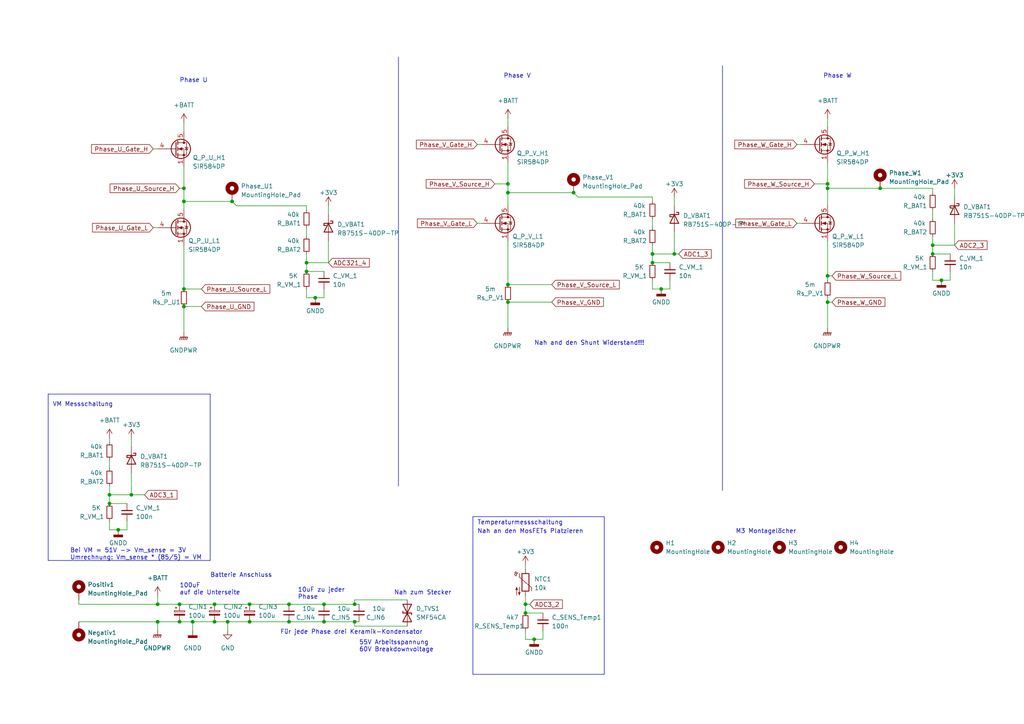
<source format=kicad_sch>
(kicad_sch (version 20230121) (generator eeschema)
  (paper "A4")
  (junction (at 88.9 78.74))
  (junction (at 152.4 177.8))
  (junction (at 55.88 180.34))
  (junction (at 72.39 180.34))
  (junction (at 31.75 146.05))
  (junction (at 195.58 73.66))
  (junction (at 52.07 180.34))
  (junction (at 93.98 175.26))
  (junction (at 52.07 175.26))
  (junction (at 83.82 180.34))
  (junction (at 166.37 55.88))
  (junction (at 189.23 76.2))
  (junction (at 255.27 54.61))
  (junction (at 67.31 58.42))
  (junction (at 45.72 175.26))
  (junction (at 53.34 88.9))
  (junction (at 102.87 175.26))
  (junction (at 88.9 76.2))
  (junction (at 93.98 180.34))
  (junction (at 189.23 73.66))
  (junction (at 147.32 87.63))
  (junction (at 38.1 143.51))
  (junction (at 91.44 86.36))
  (junction (at 53.34 54.61))
  (junction (at 34.29 153.67))
  (junction (at 31.75 143.51))
  (junction (at 66.04 180.34))
  (junction (at 152.4 175.26))
  (junction (at 147.32 82.55))
  (junction (at 72.39 175.26))
  (junction (at 45.72 180.34))
  (junction (at 191.77 83.82))
  (junction (at 53.34 83.82))
  (junction (at 62.23 175.26))
  (junction (at 240.03 53.34))
  (junction (at 270.51 73.66))
  (junction (at 62.23 180.34))
  (junction (at 240.03 54.61))
  (junction (at 240.03 87.63))
  (junction (at 273.05 81.28))
  (junction (at 83.82 175.26))
  (junction (at 240.03 80.01))
  (junction (at 102.87 180.34))
  (junction (at 270.51 71.12))
  (junction (at 53.34 58.42))
  (junction (at 147.32 53.34))
  (junction (at 154.94 185.42))
  (junction (at 147.32 55.88))
  (wire (pts (xy 270.51 81.28) (xy 273.05 81.28)))
  (wire (pts (xy 102.87 181.61) (xy 102.87 180.34)))
  (wire (pts (xy 88.9 76.2) (xy 88.9 78.74)))
  (wire (pts (xy 38.1 143.51) (xy 41.91 143.51)))
  (polyline (pts (xy 137.16 195.58) (xy 175.26 195.58)))
  (wire (pts (xy 31.75 128.27) (xy 31.75 127)))
  (wire (pts (xy 157.48 185.42) (xy 157.48 182.88)))
  (wire (pts (xy 152.4 182.88) (xy 152.4 185.42)))
  (wire (pts (xy 147.32 36.83) (xy 147.32 34.29)))
  (wire (pts (xy 195.58 73.66) (xy 189.23 73.66)))
  (wire (pts (xy 240.03 80.01) (xy 240.03 81.28)))
  (wire (pts (xy 270.51 68.58) (xy 270.51 71.12)))
  (wire (pts (xy 53.34 48.26) (xy 53.34 54.61)))
  (polyline (pts (xy 209.55 19.05) (xy 209.55 142.24)))
  (wire (pts (xy 147.32 53.34) (xy 147.32 55.88)))
  (wire (pts (xy 147.32 87.63) (xy 160.02 87.63)))
  (wire (pts (xy 194.31 76.2) (xy 189.23 76.2)))
  (wire (pts (xy 93.98 175.26) (xy 83.82 175.26)))
  (wire (pts (xy 34.29 153.67) (xy 36.83 153.67)))
  (wire (pts (xy 152.4 175.26) (xy 152.4 177.8)))
  (wire (pts (xy 152.4 163.83) (xy 152.4 165.1)))
  (wire (pts (xy 62.23 180.34) (xy 66.04 180.34)))
  (wire (pts (xy 31.75 143.51) (xy 31.75 146.05)))
  (wire (pts (xy 72.39 180.34) (xy 83.82 180.34)))
  (wire (pts (xy 152.4 172.72) (xy 152.4 175.26)))
  (wire (pts (xy 147.32 87.63) (xy 147.32 95.25)))
  (wire (pts (xy 153.67 175.26) (xy 152.4 175.26)))
  (wire (pts (xy 240.03 46.99) (xy 240.03 53.34)))
  (wire (pts (xy 147.32 46.99) (xy 147.32 53.34)))
  (wire (pts (xy 157.48 177.8) (xy 152.4 177.8)))
  (wire (pts (xy 191.77 83.82) (xy 194.31 83.82)))
  (wire (pts (xy 95.25 76.2) (xy 88.9 76.2)))
  (wire (pts (xy 270.51 63.5) (xy 270.51 60.96)))
  (wire (pts (xy 147.32 55.88) (xy 147.32 59.69)))
  (wire (pts (xy 52.07 175.26) (xy 45.72 175.26)))
  (wire (pts (xy 31.75 140.97) (xy 31.75 143.51)))
  (wire (pts (xy 93.98 78.74) (xy 88.9 78.74)))
  (wire (pts (xy 22.86 175.26) (xy 45.72 175.26)))
  (wire (pts (xy 66.04 180.34) (xy 72.39 180.34)))
  (wire (pts (xy 52.07 180.34) (xy 55.88 180.34)))
  (wire (pts (xy 102.87 180.34) (xy 93.98 180.34)))
  (wire (pts (xy 53.34 58.42) (xy 53.34 60.96)))
  (wire (pts (xy 88.9 68.58) (xy 88.9 66.04)))
  (polyline (pts (xy 115.57 16.51) (xy 115.57 140.97)))
  (wire (pts (xy 104.14 175.26) (xy 102.87 175.26)))
  (wire (pts (xy 240.03 87.63) (xy 240.03 95.25)))
  (wire (pts (xy 240.03 54.61) (xy 240.03 59.69)))
  (wire (pts (xy 53.34 38.1) (xy 53.34 35.56)))
  (wire (pts (xy 66.04 180.34) (xy 66.04 182.88)))
  (wire (pts (xy 276.86 71.12) (xy 270.51 71.12)))
  (wire (pts (xy 240.03 80.01) (xy 241.3 80.01)))
  (wire (pts (xy 52.07 180.34) (xy 45.72 180.34)))
  (wire (pts (xy 189.23 83.82) (xy 191.77 83.82)))
  (wire (pts (xy 88.9 86.36) (xy 91.44 86.36)))
  (wire (pts (xy 38.1 143.51) (xy 31.75 143.51)))
  (wire (pts (xy 44.45 43.18) (xy 45.72 43.18)))
  (wire (pts (xy 189.23 81.28) (xy 189.23 83.82)))
  (wire (pts (xy 93.98 180.34) (xy 83.82 180.34)))
  (wire (pts (xy 88.9 73.66) (xy 88.9 76.2)))
  (wire (pts (xy 138.43 64.77) (xy 139.7 64.77)))
  (wire (pts (xy 53.34 88.9) (xy 53.34 96.52)))
  (wire (pts (xy 147.32 82.55) (xy 160.02 82.55)))
  (wire (pts (xy 102.87 173.99) (xy 102.87 175.26)))
  (wire (pts (xy 189.23 71.12) (xy 189.23 73.66)))
  (wire (pts (xy 143.51 53.34) (xy 147.32 53.34)))
  (polyline (pts (xy 13.97 162.56) (xy 60.96 162.56)))
  (wire (pts (xy 36.83 153.67) (xy 36.83 151.13)))
  (wire (pts (xy 38.1 137.16) (xy 38.1 143.51)))
  (wire (pts (xy 189.23 58.42) (xy 189.23 57.15)))
  (wire (pts (xy 231.14 41.91) (xy 232.41 41.91)))
  (wire (pts (xy 22.86 173.99) (xy 22.86 175.26)))
  (wire (pts (xy 276.86 64.77) (xy 276.86 71.12)))
  (wire (pts (xy 195.58 73.66) (xy 196.85 73.66)))
  (wire (pts (xy 88.9 60.96) (xy 88.9 59.69)))
  (wire (pts (xy 52.07 54.61) (xy 53.34 54.61)))
  (wire (pts (xy 138.43 41.91) (xy 139.7 41.91)))
  (wire (pts (xy 31.75 135.89) (xy 31.75 133.35)))
  (wire (pts (xy 270.51 71.12) (xy 270.51 73.66)))
  (wire (pts (xy 240.03 86.36) (xy 240.03 87.63)))
  (wire (pts (xy 255.27 54.61) (xy 270.51 54.61)))
  (wire (pts (xy 45.72 175.26) (xy 45.72 172.72)))
  (wire (pts (xy 240.03 53.34) (xy 240.03 54.61)))
  (wire (pts (xy 102.87 175.26) (xy 93.98 175.26)))
  (wire (pts (xy 31.75 151.13) (xy 31.75 153.67)))
  (wire (pts (xy 95.25 69.85) (xy 95.25 76.2)))
  (wire (pts (xy 240.03 87.63) (xy 241.3 87.63)))
  (wire (pts (xy 55.88 182.88) (xy 55.88 180.34)))
  (wire (pts (xy 195.58 67.31) (xy 195.58 73.66)))
  (wire (pts (xy 167.64 57.15) (xy 166.37 55.88)))
  (polyline (pts (xy 175.26 195.58) (xy 175.26 149.86)))
  (wire (pts (xy 273.05 81.28) (xy 275.59 81.28)))
  (wire (pts (xy 154.94 185.42) (xy 157.48 185.42)))
  (wire (pts (xy 189.23 73.66) (xy 189.23 76.2)))
  (wire (pts (xy 118.11 181.61) (xy 102.87 181.61)))
  (wire (pts (xy 95.25 62.23) (xy 95.25 59.69)))
  (wire (pts (xy 240.03 69.85) (xy 240.03 80.01)))
  (polyline (pts (xy 137.16 149.86) (xy 137.16 195.58)))
  (wire (pts (xy 236.22 53.34) (xy 240.03 53.34)))
  (wire (pts (xy 147.32 69.85) (xy 147.32 82.55)))
  (wire (pts (xy 53.34 88.9) (xy 58.42 88.9)))
  (wire (pts (xy 88.9 83.82) (xy 88.9 86.36)))
  (wire (pts (xy 45.72 182.88) (xy 45.72 180.34)))
  (polyline (pts (xy 13.97 114.3) (xy 13.97 162.56)))
  (wire (pts (xy 189.23 57.15) (xy 167.64 57.15)))
  (wire (pts (xy 68.58 59.69) (xy 67.31 58.42)))
  (wire (pts (xy 72.39 175.26) (xy 83.82 175.26)))
  (wire (pts (xy 91.44 86.36) (xy 93.98 86.36)))
  (wire (pts (xy 118.11 173.99) (xy 102.87 173.99)))
  (wire (pts (xy 275.59 73.66) (xy 270.51 73.66)))
  (wire (pts (xy 152.4 185.42) (xy 154.94 185.42)))
  (wire (pts (xy 189.23 66.04) (xy 189.23 63.5)))
  (wire (pts (xy 53.34 71.12) (xy 53.34 83.82)))
  (wire (pts (xy 231.14 64.77) (xy 232.41 64.77)))
  (polyline (pts (xy 137.16 149.86) (xy 175.26 149.86)))
  (wire (pts (xy 44.45 66.04) (xy 45.72 66.04)))
  (wire (pts (xy 53.34 54.61) (xy 53.34 58.42)))
  (polyline (pts (xy 60.96 162.56) (xy 60.96 114.3)))
  (wire (pts (xy 53.34 83.82) (xy 58.42 83.82)))
  (wire (pts (xy 36.83 146.05) (xy 31.75 146.05)))
  (wire (pts (xy 270.51 55.88) (xy 270.51 54.61)))
  (wire (pts (xy 53.34 58.42) (xy 67.31 58.42)))
  (wire (pts (xy 276.86 57.15) (xy 276.86 54.61)))
  (wire (pts (xy 240.03 36.83) (xy 240.03 34.29)))
  (wire (pts (xy 93.98 86.36) (xy 93.98 83.82)))
  (wire (pts (xy 55.88 180.34) (xy 62.23 180.34)))
  (wire (pts (xy 38.1 129.54) (xy 38.1 127)))
  (wire (pts (xy 195.58 59.69) (xy 195.58 57.15)))
  (wire (pts (xy 31.75 153.67) (xy 34.29 153.67)))
  (wire (pts (xy 52.07 175.26) (xy 62.23 175.26)))
  (wire (pts (xy 240.03 54.61) (xy 255.27 54.61)))
  (wire (pts (xy 22.86 180.34) (xy 45.72 180.34)))
  (wire (pts (xy 275.59 81.28) (xy 275.59 78.74)))
  (wire (pts (xy 62.23 175.26) (xy 72.39 175.26)))
  (wire (pts (xy 88.9 59.69) (xy 68.58 59.69)))
  (wire (pts (xy 270.51 78.74) (xy 270.51 81.28)))
  (wire (pts (xy 104.14 180.34) (xy 102.87 180.34)))
  (wire (pts (xy 194.31 83.82) (xy 194.31 81.28)))
  (wire (pts (xy 147.32 55.88) (xy 166.37 55.88)))
  (polyline (pts (xy 13.97 114.3) (xy 60.96 114.3)))
  (text "Phase V " (at 146.05 22.86 0) (effects (font (size 1.27 1.27)) (justify left bottom)))
  (text "M3 Montagelöcher" (at 213.36 154.94 0) (effects (font (size 1.27 1.27)) (justify left bottom)))
  (text "Nah zum Stecker" (at 114.3 172.72 0) (effects (font (size 1.27 1.27)) (justify left bottom)))
  (text "Temperaturmessschaltung" (at 138.43 152.4 0) (effects (font (size 1.27 1.27)) (justify left bottom)))
  (text "Phase U" (at 52.07 24.13 0) (effects (font (size 1.27 1.27)) (justify left bottom)))
  (text "Bei VM = 51V -> Vm_sense = 3V\nUmrechnung: Vm_sense * (85/5) = VM" (at 20.32 162.56 0) (effects (font (size 1.27 1.27)) (justify left bottom)))
  (text "Phase W" (at 238.76 22.86 0) (effects (font (size 1.27 1.27)) (justify left bottom)))
  (text "55V Arbeitsspannung\n60V Breakdownvoltage" (at 104.14 189.23 0) (effects (font (size 1.27 1.27)) (justify left bottom)))
  (text "Nah and den Shunt Widerstand!!!" (at 154.94 100.33 0) (effects (font (size 1.27 1.27)) (justify left bottom)))
  (text "100uF\nauf die Unterseite" (at 52.07 172.72 0) (effects (font (size 1.27 1.27)) (justify left bottom)))
  (text "Für jede Phase drei Keramik-Kondensator" (at 81.28 184.15 0) (effects (font (size 1.27 1.27)) (justify left bottom)))
  (text "Batterie Anschluss" (at 60.96 167.64 0) (effects (font (size 1.27 1.27)) (justify left bottom)))
  (text "Nah an den MosFETs Platzieren" (at 138.43 154.94 0) (effects (font (size 1.27 1.27)) (justify left bottom)))
  (text "VM Messschaltung" (at 15.24 118.11 0) (effects (font (size 1.27 1.27)) (justify left bottom)))
  (text "10uF zu jeder\nPhase" (at 86.36 173.99 0) (effects (font (size 1.27 1.27)) (justify left bottom)))
  (global_label "Phase_V_GND" (shape input) (at 160.02 87.63 0) (property "Intersheetrefs" "${INTERSHEET_REFS}" (effects hide)))
  (global_label "Phase_V_Gate_H" (shape input) (at 138.43 41.91 180) (property "Intersheetrefs" "${INTERSHEET_REFS}" (effects hide)))
  (global_label "Phase_U_Gate_H" (shape input) (at 44.45 43.18 180) (property "Intersheetrefs" "${INTERSHEET_REFS}" (effects hide)))
  (global_label "Phase_V_Gate_L" (shape input) (at 138.43 64.77 180) (property "Intersheetrefs" "${INTERSHEET_REFS}" (effects hide)))
  (global_label "ADC3_2" (shape input) (at 153.67 175.26 0) (property "Intersheetrefs" "${INTERSHEET_REFS}" (effects hide)))
  (global_label "Phase_U_GND" (shape input) (at 58.42 88.9 0) (property "Intersheetrefs" "${INTERSHEET_REFS}" (effects hide)))
  (global_label "ADC1_3" (shape input) (at 196.85 73.66 0) (property "Intersheetrefs" "${INTERSHEET_REFS}" (effects hide)))
  (global_label "Phase_V_Source_H" (shape input) (at 143.51 53.34 180) (property "Intersheetrefs" "${INTERSHEET_REFS}" (effects hide)))
  (global_label "ADC2_3" (shape input) (at 276.86 71.12 0) (property "Intersheetrefs" "${INTERSHEET_REFS}" (effects hide)))
  (global_label "ADC321_4" (shape input) (at 95.25 76.2 0) (property "Intersheetrefs" "${INTERSHEET_REFS}" (effects hide)))
  (global_label "Phase_W_Source_H" (shape input) (at 236.22 53.34 180) (property "Intersheetrefs" "${INTERSHEET_REFS}" (effects hide)))
  (global_label "Phase_U_Gate_L" (shape input) (at 44.45 66.04 180) (property "Intersheetrefs" "${INTERSHEET_REFS}" (effects hide)))
  (global_label "Phase_V_Source_L" (shape input) (at 160.02 82.55 0) (property "Intersheetrefs" "${INTERSHEET_REFS}" (effects hide)))
  (global_label "Phase_U_Source_H" (shape input) (at 52.07 54.61 180) (property "Intersheetrefs" "${INTERSHEET_REFS}" (effects hide)))
  (global_label "ADC3_1" (shape input) (at 41.91 143.51 0) (property "Intersheetrefs" "${INTERSHEET_REFS}" (effects hide)))
  (global_label "Phase_U_Source_L" (shape input) (at 58.42 83.82 0) (property "Intersheetrefs" "${INTERSHEET_REFS}" (effects hide)))
  (global_label "Phase_W_GND" (shape input) (at 241.3 87.63 0) (property "Intersheetrefs" "${INTERSHEET_REFS}" (effects hide)))
  (global_label "Phase_W_Gate_L" (shape input) (at 231.14 64.77 180) (property "Intersheetrefs" "${INTERSHEET_REFS}" (effects hide)))
  (global_label "Phase_W_Gate_H" (shape input) (at 231.14 41.91 180) (property "Intersheetrefs" "${INTERSHEET_REFS}" (effects hide)))
  (global_label "Phase_W_Source_L" (shape input) (at 241.3 80.01 0) (property "Intersheetrefs" "${INTERSHEET_REFS}" (effects hide)))
  (symbol (lib_id "power:GNDD") (at 91.44 86.36 0) (unit 1)
    (property "Reference" "#PWR0129" (effects hide))
    (property "Value" "GNDD" (at 91.44 90.17 0))
    (instances (project "MosFET_Brücken" (path "" (reference "#PWR0129") (unit 1))) (project "BLDC_Driver" (path "" (reference "#PWR010") (unit 1))) (project "Microcontroller" (path "" (reference "#PWR0129") (unit 1))) (project "Leistungsteil" (path "" (reference "#PWR061") (unit 1))))
  )
  (symbol (lib_id "Device:D_Schottky") (at 38.1 133.35 270) (unit 1)
    (property "Reference" "D_VBAT1" (at 40.64 132.3975 90) (effects (justify left)))
    (property "Value" "RB751S-40DP-TP" (at 40.64 134.9375 90) (effects (justify left)))
    (property "Footprint" "Diode_SMD:D_0201_0603Metric" (effects hide))
    (property "Datasheet" "https://lcsc.com/product-detail/Schottky-Barrier-Diodes-SBD_STMicroelectronics-BAT30KFILM_C2926449.html" (effects hide))
  )
  (symbol (lib_id "power:GNDPWR") (at 53.34 96.52 0) (unit 1)
    (property "Reference" "#PWR058" (effects hide))
    (property "Value" "GNDPWR" (at 53.213 101.6 0))
    (instances (project "MosFET_Brücken" (path "" (reference "#PWR058") (unit 1))) (project "Leistungs_Halbleiter_Platine" (path "" (reference "#PWR058") (unit 1))) (project "BLDC_Driver" (path "" (reference "#PWR07") (unit 1))) (project "Servo_Controller_Rev2" (path "" (reference "#PWR058") (unit 1))) (project "Servo_Controller_Rev1_2" (path "" (reference "#PWR?") (unit 1))) (project "Halbrücken" (path "" (reference "#PWR058") (unit 1))) (project "Servo_Treiber" (path "" (reference "#PWR017") (unit 1))) (project "Leistungsteil" (path "" (reference "#PWR010") (unit 1))))
  )
  (symbol (lib_id "Device:R_Small") (at 189.23 60.96 0) (unit 1)
    (property "Reference" "R_BAT1" (at 184.15 62.23 0))
    (property "Value" "40k" (at 185.42 59.69 0))
    (property "Footprint" "Resistor_SMD:R_0201_0603Metric" (effects hide))
    (instances (project "MosFET_Brücken" (path "" (reference "R_BAT1") (unit 1))) (project "BLDC_Driver" (path "" (reference "R_BAT5") (unit 1))) (project "Microcontroller" (path "" (reference "R_BAT1") (unit 1))) (project "Leistungsteil" (path "" (reference "R_sense_V1") (unit 1))))
  )
  (symbol (lib_id "Device:R_Small") (at 88.9 71.12 0) (unit 1)
    (property "Reference" "R_BAT2" (at 83.82 72.39 0))
    (property "Value" "40k" (at 85.09 69.85 0))
    (property "Footprint" "Resistor_SMD:R_0201_0603Metric" (effects hide))
    (instances (project "MosFET_Brücken" (path "" (reference "R_BAT2") (unit 1))) (project "BLDC_Driver" (path "" (reference "R_BAT4") (unit 1))) (project "Microcontroller" (path "" (reference "R_BAT2") (unit 1))) (project "Leistungsteil" (path "" (reference "R_sense_U1") (unit 1))))
  )
  (symbol (lib_id "Device:C_Small") (at 83.82 177.8 180) (unit 1)
    (property "Reference" "C_IN4" (at 91.44 179.07 0) (effects (justify left)))
    (property "Value" "10u" (at 91.44 176.53 0) (effects (justify left)))
    (property "Footprint" "Capacitor_SMD:C_1210_3225Metric" (effects hide))
    (instances (project "MosFET_Brücken" (path "" (reference "C_IN4") (unit 1))) (project "Leistungs_Halbleiter_Platine" (path "" (reference "C_IN4") (unit 1))) (project "BLDC_Driver" (path "" (reference "C_IN4") (unit 1))) (project "Servo_Controller_Rev2" (path "" (reference "C_IN4") (unit 1))) (project "Servo_Controller_Rev1_2" (path "" (reference "C_IN?") (unit 1))) (project "Halbrücken" (path "" (reference "C_IN4") (unit 1))) (project "Servo_Treiber" (path "" (reference "C_IN4") (unit 1))) (project "Leistungsteil" (path "" (reference "C_IN4") (unit 1))))
  )
  (symbol (lib_id "Device:C_Small") (at 275.59 76.2 0) (unit 1)
    (property "Reference" "C_VM_1" (at 278.13 74.93 0) (effects (justify left)))
    (property "Value" "10n" (at 278.13 77.4638 0) (effects (justify left)))
    (property "Footprint" "Capacitor_SMD:C_0201_0603Metric" (effects hide))
    (instances (project "MosFET_Brücken" (path "" (reference "C_VM_1") (unit 1))) (project "BLDC_Driver" (path "" (reference "C_VM_4") (unit 1))) (project "Microcontroller" (path "" (reference "C_VM_1") (unit 1))) (project "Leistungsteil" (path "" (reference "C_sense_W1") (unit 1))))
  )
  (symbol (lib_id "Device:D_Schottky") (at 195.58 63.5 270) (unit 1)
    (property "Reference" "D_VBAT1" (at 198.12 62.5475 90) (effects (justify left)))
    (property "Value" "RB751S-40DP-TP" (at 198.12 65.0875 90) (effects (justify left)))
    (property "Footprint" "Diode_SMD:D_0201_0603Metric" (effects hide))
    (property "Datasheet" "https://lcsc.com/product-detail/Schottky-Barrier-Diodes-SBD_STMicroelectronics-BAT30KFILM_C2926449.html" (effects hide))
    (instances (project "MosFET_Brücken" (path "" (reference "D_VBAT1") (unit 1))) (project "BLDC_Driver" (path "" (reference "D_VBAT3") (unit 1))) (project "Microcontroller" (path "" (reference "D_VBAT1") (unit 1))) (project "Leistungsteil" (path "" (reference "D_sense_V1") (unit 1))))
  )
  (symbol (lib_id "Device:C_Polarized_Small") (at 52.07 177.8 0) (unit 1)
    (property "Reference" "C_IN1" (at 54.61 175.9838 0) (effects (justify left)))
    (property "Value" "100u" (at 54.61 178.5238 0) (effects (justify left)))
    (property "Footprint" "Capacitor_SMD:CP_Elec_10x10" (effects hide))
    (property "Datasheet" "https://www.mouser.de/ProductDetail/Vishay-BC-Components/MAL215099702E3?qs=bKenfurwlskcHT6%252BSvdJwA%3D%3D" (effects hide))
    (instances (project "MosFET_Brücken" (path "" (reference "C_IN1") (unit 1))) (project "Leistungs_Halbleiter_Platine" (path "" (reference "C_IN1") (unit 1))) (project "BLDC_Driver" (path "" (reference "C_IN1") (unit 1))) (project "Servo_Controller_Rev2" (path "" (reference "C_IN1") (unit 1))) (project "Servo_Controller_Rev1_2" (path "" (reference "C_IN?") (unit 1))) (project "Halbrücken" (path "" (reference "C_IN1") (unit 1))) (project "Servo_Treiber" (path "" (reference "C_IN1") (unit 1))) (project "Leistungsteil" (path "" (reference "C_IN1") (unit 1))))
  )
  (symbol (lib_id "Device:R_Small") (at 189.23 78.74 0) (unit 1)
    (property "Reference" "R_VM_1" (at 184.15 80.01 0))
    (property "Value" "5K" (at 185.42 77.47 0))
    (property "Footprint" "Resistor_SMD:R_0201_0603Metric" (effects hide))
    (instances (project "MosFET_Brücken" (path "" (reference "R_VM_1") (unit 1))) (project "BLDC_Driver" (path "" (reference "R_VM_3") (unit 1))) (project "Microcontroller" (path "" (reference "R_VM_1") (unit 1))) (project "Leistungsteil" (path "" (reference "R_sense_V3") (unit 1))))
  )
  (symbol (lib_id "Device:C_Small") (at 157.48 180.34 0) (unit 1)
    (property "Reference" "C_SENS_Temp1" (at 160.02 179.07 0) (effects (justify left)))
    (property "Value" "100n" (at 160.02 181.6038 0) (effects (justify left)))
    (property "Footprint" "Capacitor_SMD:C_0402_1005Metric" (effects hide))
  )
  (symbol (lib_id "Device:C_Small") (at 104.14 177.8 180) (unit 1)
    (property "Reference" "C_IN6" (at 111.76 179.07 0) (effects (justify left)))
    (property "Value" "10u" (at 111.76 176.53 0) (effects (justify left)))
    (property "Footprint" "Capacitor_SMD:C_1210_3225Metric" (effects hide))
    (instances (project "MosFET_Brücken" (path "" (reference "C_IN6") (unit 1))) (project "Leistungs_Halbleiter_Platine" (path "" (reference "C_IN6") (unit 1))) (project "BLDC_Driver" (path "" (reference "C_IN6") (unit 1))) (project "Servo_Controller_Rev2" (path "" (reference "C_IN6") (unit 1))) (project "Servo_Controller_Rev1_2" (path "" (reference "C_IN?") (unit 1))) (project "Halbrücken" (path "" (reference "C_IN6") (unit 1))) (project "Servo_Treiber" (path "" (reference "C_IN6") (unit 1))) (project "Leistungsteil" (path "" (reference "C_IN6") (unit 1))))
  )
  (symbol (lib_id "Device:R_Small") (at 31.75 138.43 0) (unit 1)
    (property "Reference" "R_BAT2" (at 26.67 139.7 0))
    (property "Value" "40k" (at 27.94 137.16 0))
    (property "Footprint" "Resistor_SMD:R_0201_0603Metric" (effects hide))
  )
  (symbol (lib_id "Mechanical:MountingHole_Pad") (at 255.27 52.07 0) (unit 1)
    (property "Reference" "Phase_W1" (at 257.81 50.165 0) (effects (justify left)))
    (property "Value" "MountingHole_Pad" (at 257.81 52.705 0) (effects (justify left)))
    (property "Footprint" "MountingHole:MountingHole_3.2mm_M3_ISO14580_Pad_TopBottom" (effects hide))
  )
  (symbol (lib_id "power:GNDPWR") (at 147.32 95.25 0) (unit 1)
    (property "Reference" "#PWR066" (effects hide))
    (property "Value" "GNDPWR" (at 147.193 100.33 0))
    (instances (project "MosFET_Brücken" (path "" (reference "#PWR066") (unit 1))) (project "Leistungs_Halbleiter_Platine" (path "" (reference "#PWR066") (unit 1))) (project "BLDC_Driver" (path "" (reference "#PWR013") (unit 1))) (project "Servo_Controller_Rev2" (path "" (reference "#PWR066") (unit 1))) (project "Servo_Controller_Rev1_2" (path "" (reference "#PWR?") (unit 1))) (project "Halbrücken" (path "" (reference "#PWR066") (unit 1))) (project "Servo_Treiber" (path "" (reference "#PWR025") (unit 1))) (project "Leistungsteil" (path "" (reference "#PWR014") (unit 1))))
  )
  (symbol (lib_id "power:+3.3V") (at 152.4 163.83 0) (unit 1)
    (property "Reference" "#PWR0125" (effects hide))
    (property "Value" "+3.3V" (at 152.4 160.02 0))
    (instances (project "MosFET_Brücken" (path "" (reference "#PWR0125") (unit 1))) (project "BLDC_Driver" (path "" (reference "#PWR014") (unit 1))) (project "Microcontroller" (path "" (reference "#PWR0125") (unit 1))) (project "Leistungsteil" (path "" (reference "#PWR055") (unit 1))))
  )
  (symbol (lib_id "Mechanical:MountingHole") (at 208.28 158.75 0) (unit 1)
    (property "Reference" "H2" (at 210.82 157.4799 0) (effects (justify left)))
    (property "Value" "MountingHole" (at 210.82 160.0199 0) (effects (justify left)))
    (property "Footprint" "MountingHole:MountingHole_3.2mm_M3_DIN965" (effects hide))
    (instances (project "MosFET_Brücken" (path "" (reference "H2") (unit 1))) (project "Leistungs_Halbleiter_Platine" (path "" (reference "H2") (unit 1))) (project "BLDC_Driver" (path "" (reference "H2") (unit 1))) (project "Servo_Controller_Rev2" (path "" (reference "H2") (unit 1))) (project "Servo_Controller_Rev1_2" (path "" (reference "H?") (unit 1))) (project "Halbrücken" (path "" (reference "H2") (unit 1))) (project "Servo_Treiber" (path "" (reference "H2") (unit 1))) (project "Leistungsteil" (path "" (reference "H2") (unit 1))))
  )
  (symbol (lib_id "Device:R_Small") (at 270.51 76.2 0) (unit 1)
    (property "Reference" "R_VM_1" (at 265.43 77.47 0))
    (property "Value" "5K" (at 266.7 74.93 0))
    (property "Footprint" "Resistor_SMD:R_0201_0603Metric" (effects hide))
    (instances (project "MosFET_Brücken" (path "" (reference "R_VM_1") (unit 1))) (project "BLDC_Driver" (path "" (reference "R_VM_4") (unit 1))) (project "Microcontroller" (path "" (reference "R_VM_1") (unit 1))) (project "Leistungsteil" (path "" (reference "R_sense_W3") (unit 1))))
  )
  (symbol (lib_id "power:GNDPWR") (at 240.03 95.25 0) (unit 1)
    (property "Reference" "#PWR074" (effects hide))
    (property "Value" "GNDPWR" (at 239.903 100.33 0))
    (instances (project "MosFET_Brücken" (path "" (reference "#PWR074") (unit 1))) (project "Leistungs_Halbleiter_Platine" (path "" (reference "#PWR074") (unit 1))) (project "BLDC_Driver" (path "" (reference "#PWR019") (unit 1))) (project "Servo_Controller_Rev2" (path "" (reference "#PWR074") (unit 1))) (project "Servo_Controller_Rev1_2" (path "" (reference "#PWR?") (unit 1))) (project "Halbrücken" (path "" (reference "#PWR074") (unit 1))) (project "Servo_Treiber" (path "" (reference "#PWR033") (unit 1))) (project "Leistungsteil" (path "" (reference "#PWR016") (unit 1))))
  )
  (symbol (lib_id "Device:R_Small") (at 147.32 85.09 180) (unit 1)
    (property "Reference" "Rs_P_V1" (at 142.24 86.36 0))
    (property "Value" "5m" (at 142.24 83.82 0))
    (property "Footprint" "Resistor_SMD:R_2512_6332Metric" (effects hide))
    (instances (project "MosFET_Brücken" (path "" (reference "Rs_P_V1") (unit 1))) (project "Leistungs_Halbleiter_Platine" (path "" (reference "Rs_P_V1") (unit 1))) (project "BLDC_Driver" (path "" (reference "Rs_P_V1") (unit 1))) (project "Servo_Controller_Rev2" (path "" (reference "Rs_P_V1") (unit 1))) (project "Servo_Controller_Rev1_2" (path "" (reference "Rs_P_V?") (unit 1))) (project "Halbrücken" (path "" (reference "Rs_P_V1") (unit 1))) (project "Servo_Treiber" (path "" (reference "Rs_P_V1") (unit 1))) (project "Leistungsteil" (path "" (reference "Rs_P_V1") (unit 1))))
  )
  (symbol (lib_id "power:GNDD") (at 154.94 185.42 0) (unit 1)
    (property "Reference" "#PWR0126" (effects hide))
    (property "Value" "GNDD" (at 154.94 189.23 0))
    (instances (project "MosFET_Brücken" (path "" (reference "#PWR0126") (unit 1))) (project "BLDC_Driver" (path "" (reference "#PWR015") (unit 1))) (project "Microcontroller" (path "" (reference "#PWR0126") (unit 1))) (project "Leistungsteil" (path "" (reference "#PWR056") (unit 1))))
  )
  (symbol (lib_id "Device:C_Polarized_Small") (at 62.23 177.8 0) (unit 1)
    (property "Reference" "C_IN2" (at 64.77 175.9838 0) (effects (justify left)))
    (property "Value" "100u" (at 64.77 178.5238 0) (effects (justify left)))
    (property "Footprint" "Capacitor_SMD:CP_Elec_10x10" (effects hide))
    (property "Datasheet" "https://www.mouser.de/ProductDetail/Vishay-BC-Components/MAL215099702E3?qs=bKenfurwlskcHT6%252BSvdJwA%3D%3D" (effects hide))
    (instances (project "MosFET_Brücken" (path "" (reference "C_IN2") (unit 1))) (project "Leistungs_Halbleiter_Platine" (path "" (reference "C_IN2") (unit 1))) (project "BLDC_Driver" (path "" (reference "C_IN2") (unit 1))) (project "Servo_Controller_Rev2" (path "" (reference "C_IN2") (unit 1))) (project "Servo_Controller_Rev1_2" (path "" (reference "C_IN1") (unit 1))) (project "Halbrücken" (path "" (reference "C_IN2") (unit 1))) (project "Servo_Treiber" (path "" (reference "C_IN2") (unit 1))) (project "Leistungsteil" (path "" (reference "C_IN2") (unit 1))))
  )
  (symbol (lib_id "Device:C_Small") (at 93.98 81.28 0) (unit 1)
    (property "Reference" "C_VM_1" (at 96.52 80.01 0) (effects (justify left)))
    (property "Value" "10n" (at 96.52 82.5438 0) (effects (justify left)))
    (property "Footprint" "Capacitor_SMD:C_0201_0603Metric" (effects hide))
    (instances (project "MosFET_Brücken" (path "" (reference "C_VM_1") (unit 1))) (project "BLDC_Driver" (path "" (reference "C_VM_2") (unit 1))) (project "Microcontroller" (path "" (reference "C_VM_1") (unit 1))) (project "Leistungsteil" (path "" (reference "C_sense_U1") (unit 1))))
  )
  (symbol (lib_id "power:GNDD") (at 191.77 83.82 0) (unit 1)
    (property "Reference" "#PWR0129" (effects hide))
    (property "Value" "GNDD" (at 191.77 87.63 0))
    (instances (project "MosFET_Brücken" (path "" (reference "#PWR0129") (unit 1))) (project "BLDC_Driver" (path "" (reference "#PWR016") (unit 1))) (project "Microcontroller" (path "" (reference "#PWR0129") (unit 1))) (project "Leistungsteil" (path "" (reference "#PWR060") (unit 1))))
  )
  (symbol (lib_id "Device:R_Small") (at 270.51 66.04 0) (unit 1)
    (property "Reference" "R_BAT2" (at 265.43 67.31 0))
    (property "Value" "40k" (at 266.7 64.77 0))
    (property "Footprint" "Resistor_SMD:R_0201_0603Metric" (effects hide))
    (instances (project "MosFET_Brücken" (path "" (reference "R_BAT2") (unit 1))) (project "BLDC_Driver" (path "" (reference "R_BAT8") (unit 1))) (project "Microcontroller" (path "" (reference "R_BAT2") (unit 1))) (project "Leistungsteil" (path "" (reference "R_sense_W2") (unit 1))))
  )
  (symbol (lib_id "Device:R_Small") (at 152.4 180.34 0) (unit 1)
    (property "Reference" "R_SENS_Temp1" (at 144.78 181.61 0))
    (property "Value" "4k7" (at 148.59 179.07 0))
    (property "Footprint" "Resistor_SMD:R_0402_1005Metric" (effects hide))
  )
  (symbol (lib_id "Mechanical:MountingHole_Pad") (at 22.86 171.45 0) (unit 1)
    (property "Reference" "Positiv1" (at 25.4 169.545 0) (effects (justify left)))
    (property "Value" "MountingHole_Pad" (at 25.4 172.085 0) (effects (justify left)))
    (property "Footprint" "MountingHole:MountingHole_3.2mm_M3_ISO14580_Pad_TopBottom" (effects hide))
  )
  (symbol (lib_id "Mechanical:MountingHole_Pad") (at 22.86 182.88 180) (unit 1)
    (property "Reference" "Negativ1" (at 25.4 183.515 0) (effects (justify right)))
    (property "Value" "MountingHole_Pad" (at 25.4 186.055 0) (effects (justify right)))
    (property "Footprint" "MountingHole:MountingHole_3.2mm_M3_ISO14580_Pad_TopBottom" (effects hide))
  )
  (symbol (lib_id "power:GNDD") (at 273.05 81.28 0) (unit 1)
    (property "Reference" "#PWR0129" (effects hide))
    (property "Value" "GNDD" (at 273.05 85.09 0))
    (instances (project "MosFET_Brücken" (path "" (reference "#PWR0129") (unit 1))) (project "BLDC_Driver" (path "" (reference "#PWR020") (unit 1))) (project "Microcontroller" (path "" (reference "#PWR0129") (unit 1))) (project "Leistungsteil" (path "" (reference "#PWR064") (unit 1))))
  )
  (symbol (lib_id "power:+3.3V") (at 38.1 127 0) (unit 1)
    (property "Reference" "#PWR0131" (effects hide))
    (property "Value" "+3.3V" (at 38.1 123.19 0))
    (instances (project "MosFET_Brücken" (path "" (reference "#PWR0131") (unit 1))) (project "BLDC_Driver" (path "" (reference "#PWR03") (unit 1))) (project "Microcontroller" (path "" (reference "#PWR0131") (unit 1))) (project "Leistungsteil" (path "" (reference "#PWR059") (unit 1))))
  )
  (symbol (lib_id "Device:C_Small") (at 194.31 78.74 0) (unit 1)
    (property "Reference" "C_VM_1" (at 196.85 77.47 0) (effects (justify left)))
    (property "Value" "10n" (at 196.85 80.0038 0) (effects (justify left)))
    (property "Footprint" "Capacitor_SMD:C_0201_0603Metric" (effects hide))
    (instances (project "MosFET_Brücken" (path "" (reference "C_VM_1") (unit 1))) (project "BLDC_Driver" (path "" (reference "C_VM_3") (unit 1))) (project "Microcontroller" (path "" (reference "C_VM_1") (unit 1))) (project "Leistungsteil" (path "" (reference "C_sense_V1") (unit 1))))
  )
  (symbol (lib_id "Device:D_TVS") (at 118.11 177.8 90) (unit 1)
    (property "Reference" "D_TVS1" (at 120.65 176.5299 90) (effects (justify right)))
    (property "Value" "SMF54CA " (at 120.65 179.0699 90) (effects (justify right)))
    (property "Footprint" "Diode_SMD:D_SOD-123" (effects hide))
    (instances (project "MosFET_Brücken" (path "" (reference "D_TVS1") (unit 1))) (project "Leistungs_Halbleiter_Platine" (path "" (reference "D_TVS1") (unit 1))) (project "BLDC_Driver" (path "" (reference "D_TVS1") (unit 1))) (project "Servo_Controller_Rev2" (path "" (reference "D_TVS1") (unit 1))) (project "Servo_Controller_Rev1_2" (path "" (reference "D_TVS?") (unit 1))) (project "Halbrücken" (path "" (reference "D_TVS1") (unit 1))) (project "Servo_Treiber" (path "" (reference "D_TVS1") (unit 1))) (project "Leistungsteil" (path "" (reference "D_TVS1") (unit 1))))
  )
  (symbol (lib_id "Mechanical:MountingHole") (at 226.06 158.75 0) (unit 1)
    (property "Reference" "H3" (at 228.6 157.4799 0) (effects (justify left)))
    (property "Value" "MountingHole" (at 228.6 160.0199 0) (effects (justify left)))
    (property "Footprint" "MountingHole:MountingHole_3.2mm_M3_DIN965" (effects hide))
    (instances (project "MosFET_Brücken" (path "" (reference "H3") (unit 1))) (project "Leistungs_Halbleiter_Platine" (path "" (reference "H3") (unit 1))) (project "BLDC_Driver" (path "" (reference "H3") (unit 1))) (project "Servo_Controller_Rev2" (path "" (reference "H3") (unit 1))) (project "Servo_Controller_Rev1_2" (path "" (reference "H?") (unit 1))) (project "Halbrücken" (path "" (reference "H3") (unit 1))) (project "Servo_Treiber" (path "" (reference "H3") (unit 1))) (project "Leistungsteil" (path "" (reference "H3") (unit 1))))
  )
  (symbol (lib_id "Device:Thermistor_NTC") (at 152.4 168.91 0) (unit 1)
    (property "Reference" "NTC1" (at 154.94 167.9574 0) (effects (justify left)))
    (property "Value" "10k" (at 154.94 170.4974 0) (effects (justify left)))
    (property "Footprint" "Resistor_SMD:R_0402_1005Metric" (effects hide))
  )
  (symbol (lib_id "Device:D_Schottky") (at 276.86 60.96 270) (unit 1)
    (property "Reference" "D_VBAT1" (at 279.4 60.0075 90) (effects (justify left)))
    (property "Value" "RB751S-40DP-TP" (at 279.4 62.5475 90) (effects (justify left)))
    (property "Footprint" "Diode_SMD:D_0201_0603Metric" (effects hide))
    (property "Datasheet" "https://lcsc.com/product-detail/Schottky-Barrier-Diodes-SBD_STMicroelectronics-BAT30KFILM_C2926449.html" (effects hide))
    (instances (project "MosFET_Brücken" (path "" (reference "D_VBAT1") (unit 1))) (project "BLDC_Driver" (path "" (reference "D_VBAT4") (unit 1))) (project "Microcontroller" (path "" (reference "D_VBAT1") (unit 1))) (project "Leistungsteil" (path "" (reference "D_sense_W1") (unit 1))))
  )
  (symbol (lib_id "power:+BATT") (at 53.34 35.56 0) (unit 1)
    (property "Reference" "#PWR057" (effects hide))
    (property "Value" "+BATT" (at 53.34 30.48 0))
    (instances (project "MosFET_Brücken" (path "" (reference "#PWR057") (unit 1))) (project "Leistungs_Halbleiter_Platine" (path "" (reference "#PWR057") (unit 1))) (project "BLDC_Driver" (path "" (reference "#PWR06") (unit 1))) (project "Servo_Controller_Rev2" (path "" (reference "#PWR057") (unit 1))) (project "Servo_Controller_Rev1_2" (path "" (reference "#PWR?") (unit 1))) (project "Halbrücken" (path "" (reference "#PWR057") (unit 1))) (project "Servo_Treiber" (path "" (reference "#PWR016") (unit 1))) (project "Leistungsteil" (path "" (reference "#PWR09") (unit 1))))
  )
  (symbol (lib_id "Device:R_Small") (at 31.75 130.81 0) (unit 1)
    (property "Reference" "R_BAT1" (at 26.67 132.08 0))
    (property "Value" "40k" (at 27.94 129.54 0))
    (property "Footprint" "Resistor_SMD:R_0201_0603Metric" (effects hide))
  )
  (symbol (lib_id "Mechanical:MountingHole_Pad") (at 166.37 53.34 0) (unit 1)
    (property "Reference" "Phase_V1" (at 168.91 51.435 0) (effects (justify left)))
    (property "Value" "MountingHole_Pad" (at 168.91 53.975 0) (effects (justify left)))
    (property "Footprint" "MountingHole:MountingHole_3.2mm_M3_ISO14580_Pad_TopBottom" (effects hide))
  )
  (symbol (lib_id "Transistor_FET:Si7336ADP") (at 144.78 64.77 0) (unit 1)
    (property "Reference" "Q_P_V_L1" (at 148.59 68.58 0) (effects (justify left)))
    (property "Value" "SiR584DP" (at 148.59 71.12 0) (effects (justify left)))
    (property "Footprint" "Package_SO:PowerPAK_SO-8_Single" (effects hide))
    (property "Datasheet" "https://www.mouser.de/datasheet/2/427/sir584dp-2953443.pdf" (effects hide))
    (instances (project "MosFET_Brücken" (path "" (reference "Q_P_V_L1") (unit 1))) (project "Leistungs_Halbleiter_Platine" (path "" (reference "Q_P_V_L1") (unit 1))) (project "BLDC_Driver" (path "" (reference "Q_P_V_L1") (unit 1))) (project "Servo_Controller_Rev2" (path "" (reference "Q_P_V_L1") (unit 1))) (project "Servo_Controller_Rev1_2" (path "" (reference "Q_P_V_L?") (unit 1))) (project "Halbrücken" (path "" (reference "Q_P_V_L1") (unit 1))) (project "Servo_Treiber" (path "" (reference "Q_P_V_L1") (unit 1))) (project "Leistungsteil" (path "" (reference "Q_P_V_L1") (unit 1))))
  )
  (symbol (lib_id "Device:R_Small") (at 270.51 58.42 0) (unit 1)
    (property "Reference" "R_BAT1" (at 265.43 59.69 0))
    (property "Value" "40k" (at 266.7 57.15 0))
    (property "Footprint" "Resistor_SMD:R_0201_0603Metric" (effects hide))
    (instances (project "MosFET_Brücken" (path "" (reference "R_BAT1") (unit 1))) (project "BLDC_Driver" (path "" (reference "R_BAT7") (unit 1))) (project "Microcontroller" (path "" (reference "R_BAT1") (unit 1))) (project "Leistungsteil" (path "" (reference "R_sense_W1") (unit 1))))
  )
  (symbol (lib_id "Device:R_Small") (at 88.9 81.28 0) (unit 1)
    (property "Reference" "R_VM_1" (at 83.82 82.55 0))
    (property "Value" "5K" (at 85.09 80.01 0))
    (property "Footprint" "Resistor_SMD:R_0201_0603Metric" (effects hide))
    (instances (project "MosFET_Brücken" (path "" (reference "R_VM_1") (unit 1))) (project "BLDC_Driver" (path "" (reference "R_VM_2") (unit 1))) (project "Microcontroller" (path "" (reference "R_VM_1") (unit 1))) (project "Leistungsteil" (path "" (reference "R_sense_U2") (unit 1))))
  )
  (symbol (lib_id "power:GNDPWR") (at 45.72 182.88 0) (unit 1)
    (property "Reference" "#PWR056" (effects hide))
    (property "Value" "GNDPWR" (at 45.593 187.96 0))
    (instances (project "MosFET_Brücken" (path "" (reference "#PWR056") (unit 1))) (project "Leistungs_Halbleiter_Platine" (path "" (reference "#PWR056") (unit 1))) (project "BLDC_Driver" (path "" (reference "#PWR05") (unit 1))) (project "Servo_Controller_Rev2" (path "" (reference "#PWR056") (unit 1))) (project "Servo_Controller_Rev1_2" (path "" (reference "#PWR?") (unit 1))) (project "Halbrücken" (path "" (reference "#PWR056") (unit 1))) (project "Servo_Treiber" (path "" (reference "#PWR015") (unit 1))) (project "Leistungsteil" (path "" (reference "#PWR08") (unit 1))))
  )
  (symbol (lib_id "power:+BATT") (at 240.03 34.29 0) (unit 1)
    (property "Reference" "#PWR073" (effects hide))
    (property "Value" "+BATT" (at 240.03 29.21 0))
    (instances (project "MosFET_Brücken" (path "" (reference "#PWR073") (unit 1))) (project "Leistungs_Halbleiter_Platine" (path "" (reference "#PWR073") (unit 1))) (project "BLDC_Driver" (path "" (reference "#PWR018") (unit 1))) (project "Servo_Controller_Rev2" (path "" (reference "#PWR073") (unit 1))) (project "Servo_Controller_Rev1_2" (path "" (reference "#PWR?") (unit 1))) (project "Halbrücken" (path "" (reference "#PWR073") (unit 1))) (project "Servo_Treiber" (path "" (reference "#PWR032") (unit 1))) (project "Leistungsteil" (path "" (reference "#PWR015") (unit 1))))
  )
  (symbol (lib_id "power:+3.3V") (at 276.86 54.61 0) (unit 1)
    (property "Reference" "#PWR0131" (effects hide))
    (property "Value" "+3.3V" (at 276.86 50.8 0))
    (instances (project "MosFET_Brücken" (path "" (reference "#PWR0131") (unit 1))) (project "BLDC_Driver" (path "" (reference "#PWR021") (unit 1))) (project "Microcontroller" (path "" (reference "#PWR0131") (unit 1))) (project "Leistungsteil" (path "" (reference "#PWR065") (unit 1))))
  )
  (symbol (lib_id "Device:R_Small") (at 189.23 68.58 0) (unit 1)
    (property "Reference" "R_BAT2" (at 184.15 69.85 0))
    (property "Value" "40k" (at 185.42 67.31 0))
    (property "Footprint" "Resistor_SMD:R_0201_0603Metric" (effects hide))
    (instances (project "MosFET_Brücken" (path "" (reference "R_BAT2") (unit 1))) (project "BLDC_Driver" (path "" (reference "R_BAT6") (unit 1))) (project "Microcontroller" (path "" (reference "R_BAT2") (unit 1))) (project "Leistungsteil" (path "" (reference "R_sense_V2") (unit 1))))
  )
  (symbol (lib_id "power:+BATT") (at 31.75 127 0) (unit 1)
    (property "Reference" "#PWR0130" (effects hide))
    (property "Value" "+BATT" (at 31.75 121.92 0))
    (instances (project "MosFET_Brücken" (path "" (reference "#PWR0130") (unit 1))) (project "BLDC_Driver" (path "" (reference "#PWR01") (unit 1))) (project "Microcontroller" (path "" (reference "#PWR0130") (unit 1))) (project "Leistungsteil" (path "" (reference "#PWR057") (unit 1))))
  )
  (symbol (lib_id "Device:C_Small") (at 36.83 148.59 0) (unit 1)
    (property "Reference" "C_VM_1" (at 39.37 147.32 0) (effects (justify left)))
    (property "Value" "100n" (at 39.37 149.8538 0) (effects (justify left)))
    (property "Footprint" "Capacitor_SMD:C_0201_0603Metric" (effects hide))
  )
  (symbol (lib_id "power:+BATT") (at 45.72 172.72 0) (unit 1)
    (property "Reference" "#PWR055" (effects hide))
    (property "Value" "+BATT" (at 45.72 167.64 0))
    (instances (project "MosFET_Brücken" (path "" (reference "#PWR055") (unit 1))) (project "Leistungs_Halbleiter_Platine" (path "" (reference "#PWR055") (unit 1))) (project "BLDC_Driver" (path "" (reference "#PWR04") (unit 1))) (project "Servo_Controller_Rev2" (path "" (reference "#PWR055") (unit 1))) (project "Servo_Controller_Rev1_2" (path "" (reference "#PWR?") (unit 1))) (project "Halbrücken" (path "" (reference "#PWR055") (unit 1))) (project "Servo_Treiber" (path "" (reference "#PWR014") (unit 1))) (project "Leistungsteil" (path "" (reference "#PWR07") (unit 1))))
  )
  (symbol (lib_id "power:+BATT") (at 147.32 34.29 0) (unit 1)
    (property "Reference" "#PWR065" (effects hide))
    (property "Value" "+BATT" (at 147.32 29.21 0))
    (instances (project "MosFET_Brücken" (path "" (reference "#PWR065") (unit 1))) (project "Leistungs_Halbleiter_Platine" (path "" (reference "#PWR065") (unit 1))) (project "BLDC_Driver" (path "" (reference "#PWR012") (unit 1))) (project "Servo_Controller_Rev2" (path "" (reference "#PWR065") (unit 1))) (project "Servo_Controller_Rev1_2" (path "" (reference "#PWR?") (unit 1))) (project "Halbrücken" (path "" (reference "#PWR065") (unit 1))) (project "Servo_Treiber" (path "" (reference "#PWR024") (unit 1))) (project "Leistungsteil" (path "" (reference "#PWR013") (unit 1))))
  )
  (symbol (lib_id "power:GNDD") (at 34.29 153.67 0) (unit 1)
    (property "Reference" "#PWR0129" (effects hide))
    (property "Value" "GNDD" (at 34.29 157.48 0))
    (instances (project "MosFET_Brücken" (path "" (reference "#PWR0129") (unit 1))) (project "BLDC_Driver" (path "" (reference "#PWR02") (unit 1))) (project "Microcontroller" (path "" (reference "#PWR0129") (unit 1))) (project "Leistungsteil" (path "" (reference "#PWR058") (unit 1))))
  )
  (symbol (lib_id "Transistor_FET:Si7336ADP") (at 237.49 41.91 0) (unit 1)
    (property "Reference" "Q_P_W_H1" (at 242.57 44.45 0) (effects (justify left)))
    (property "Value" "SiR584DP" (at 242.57 46.99 0) (effects (justify left)))
    (property "Footprint" "Package_SO:PowerPAK_SO-8_Single" (effects hide))
    (property "Datasheet" "https://www.mouser.de/datasheet/2/427/sir584dp-2953443.pdf" (effects hide))
    (instances (project "MosFET_Brücken" (path "" (reference "Q_P_W_H1") (unit 1))) (project "Leistungs_Halbleiter_Platine" (path "" (reference "Q_P_W_H1") (unit 1))) (project "BLDC_Driver" (path "" (reference "Q_P_W_H1") (unit 1))) (project "Servo_Controller_Rev2" (path "" (reference "Q_P_W_H1") (unit 1))) (project "Servo_Controller_Rev1_2" (path "" (reference "Q_P_W_H?") (unit 1))) (project "Halbrücken" (path "" (reference "Q_P_W_H1") (unit 1))) (project "Servo_Treiber" (path "" (reference "Q_P_W_H1") (unit 1))) (project "Leistungsteil" (path "" (reference "Q_P_W_H1") (unit 1))))
  )
  (symbol (lib_id "Device:C_Small") (at 93.98 177.8 180) (unit 1)
    (property "Reference" "C_IN5" (at 101.6 179.07 0) (effects (justify left)))
    (property "Value" "10u" (at 101.6 176.53 0) (effects (justify left)))
    (property "Footprint" "Capacitor_SMD:C_1210_3225Metric" (effects hide))
    (instances (project "MosFET_Brücken" (path "" (reference "C_IN5") (unit 1))) (project "Leistungs_Halbleiter_Platine" (path "" (reference "C_IN5") (unit 1))) (project "BLDC_Driver" (path "" (reference "C_IN5") (unit 1))) (project "Servo_Controller_Rev2" (path "" (reference "C_IN5") (unit 1))) (project "Servo_Controller_Rev1_2" (path "" (reference "C_IN?") (unit 1))) (project "Halbrücken" (path "" (reference "C_IN5") (unit 1))) (project "Servo_Treiber" (path "" (reference "C_IN5") (unit 1))) (project "Leistungsteil" (path "" (reference "C_IN5") (unit 1))))
  )
  (symbol (lib_id "Mechanical:MountingHole_Pad") (at 67.31 55.88 0) (unit 1)
    (property "Reference" "Phase_U1" (at 69.85 53.975 0) (effects (justify left)))
    (property "Value" "MountingHole_Pad" (at 69.85 56.515 0) (effects (justify left)))
    (property "Footprint" "MountingHole:MountingHole_3.2mm_M3_ISO14580_Pad_TopBottom" (effects hide))
  )
  (symbol (lib_id "Transistor_FET:Si7336ADP") (at 144.78 41.91 0) (unit 1)
    (property "Reference" "Q_P_V_H1" (at 149.86 44.45 0) (effects (justify left)))
    (property "Value" "SiR584DP" (at 149.86 46.99 0) (effects (justify left)))
    (property "Footprint" "Package_SO:PowerPAK_SO-8_Single" (effects hide))
    (property "Datasheet" "https://www.mouser.de/datasheet/2/427/sir584dp-2953443.pdf" (effects hide))
    (instances (project "MosFET_Brücken" (path "" (reference "Q_P_V_H1") (unit 1))) (project "Leistungs_Halbleiter_Platine" (path "" (reference "Q_P_V_H1") (unit 1))) (project "BLDC_Driver" (path "" (reference "Q_P_V_H1") (unit 1))) (project "Servo_Controller_Rev2" (path "" (reference "Q_P_V_H1") (unit 1))) (project "Servo_Controller_Rev1_2" (path "" (reference "Q_P_V_H?") (unit 1))) (project "Halbrücken" (path "" (reference "Q_P_V_H1") (unit 1))) (project "Servo_Treiber" (path "" (reference "Q_P_V_H1") (unit 1))) (project "Leistungsteil" (path "" (reference "Q_P_V_H1") (unit 1))))
  )
  (symbol (lib_id "Transistor_FET:Si7336ADP") (at 50.8 43.18 0) (unit 1)
    (property "Reference" "Q_P_U_H1" (at 55.88 45.72 0) (effects (justify left)))
    (property "Value" "SiR584DP" (at 55.88 48.26 0) (effects (justify left)))
    (property "Footprint" "Package_SO:PowerPAK_SO-8_Single" (effects hide))
    (property "Datasheet" "https://www.mouser.de/datasheet/2/427/sir584dp-2953443.pdf" (effects hide))
    (instances (project "MosFET_Brücken" (path "" (reference "Q_P_U_H1") (unit 1))) (project "Leistungs_Halbleiter_Platine" (path "" (reference "Q_P_U_H1") (unit 1))) (project "BLDC_Driver" (path "" (reference "Q_P_U_H1") (unit 1))) (project "Servo_Controller_Rev2" (path "" (reference "Q_P_U_H1") (unit 1))) (project "Servo_Controller_Rev1_2" (path "" (reference "Q_P_U_H?") (unit 1))) (project "Halbrücken" (path "" (reference "Q_P_U_H1") (unit 1))) (project "Servo_Treiber" (path "" (reference "Q_P_U_H1") (unit 1))) (project "Leistungsteil" (path "" (reference "Q_P_U_H1") (unit 1))))
  )
  (symbol (lib_id "power:+3.3V") (at 195.58 57.15 0) (unit 1)
    (property "Reference" "#PWR0131" (effects hide))
    (property "Value" "+3.3V" (at 195.58 53.34 0))
    (instances (project "MosFET_Brücken" (path "" (reference "#PWR0131") (unit 1))) (project "BLDC_Driver" (path "" (reference "#PWR017") (unit 1))) (project "Microcontroller" (path "" (reference "#PWR0131") (unit 1))) (project "Leistungsteil" (path "" (reference "#PWR063") (unit 1))))
  )
  (symbol (lib_id "Device:R_Small") (at 31.75 148.59 0) (unit 1)
    (property "Reference" "R_VM_1" (at 26.67 149.86 0))
    (property "Value" "5K" (at 27.94 147.32 0))
    (property "Footprint" "Resistor_SMD:R_0201_0603Metric" (effects hide))
  )
  (symbol (lib_id "Device:D_Schottky") (at 95.25 66.04 270) (unit 1)
    (property "Reference" "D_VBAT1" (at 97.79 65.0875 90) (effects (justify left)))
    (property "Value" "RB751S-40DP-TP" (at 97.79 67.6275 90) (effects (justify left)))
    (property "Footprint" "Diode_SMD:D_0201_0603Metric" (effects hide))
    (property "Datasheet" "https://lcsc.com/product-detail/Schottky-Barrier-Diodes-SBD_STMicroelectronics-BAT30KFILM_C2926449.html" (effects hide))
    (instances (project "MosFET_Brücken" (path "" (reference "D_VBAT1") (unit 1))) (project "BLDC_Driver" (path "" (reference "D_VBAT2") (unit 1))) (project "Microcontroller" (path "" (reference "D_VBAT1") (unit 1))) (project "Leistungsteil" (path "" (reference "D_sense_U1") (unit 1))))
  )
  (symbol (lib_id "power:GND") (at 66.04 182.88 0) (unit 1)
    (property "Reference" "#PWR060" (effects hide))
    (property "Value" "GND" (at 66.04 187.96 0))
    (instances (project "MosFET_Brücken" (path "" (reference "#PWR060") (unit 1))) (project "BLDC_Driver" (path "" (reference "#PWR09") (unit 1))) (project "Servo_Steuerung" (path "" (reference "#PWR060") (unit 1)) (path "" (reference "#PWR033") (unit 1))) (project "Halbrücken" (path "" (reference "#PWR060") (unit 1))) (project "Servo_Treiber" (path "" (reference "#PWR035") (unit 1)) (path "" (reference "#PWR064") (unit 1))) (project "Leistungsteil" (path "" (reference "#PWR012") (unit 1))))
  )
  (symbol (lib_id "power:+3.3V") (at 95.25 59.69 0) (unit 1)
    (property "Reference" "#PWR0131" (effects hide))
    (property "Value" "+3.3V" (at 95.25 55.88 0))
    (instances (project "MosFET_Brücken" (path "" (reference "#PWR0131") (unit 1))) (project "BLDC_Driver" (path "" (reference "#PWR011") (unit 1))) (project "Microcontroller" (path "" (reference "#PWR0131") (unit 1))) (project "Leistungsteil" (path "" (reference "#PWR062") (unit 1))))
  )
  (symbol (lib_id "Mechanical:MountingHole") (at 243.84 158.75 0) (unit 1)
    (property "Reference" "H4" (at 246.38 157.4799 0) (effects (justify left)))
    (property "Value" "MountingHole" (at 246.38 160.0199 0) (effects (justify left)))
    (property "Footprint" "MountingHole:MountingHole_3.2mm_M3_DIN965" (effects hide))
    (instances (project "MosFET_Brücken" (path "" (reference "H4") (unit 1))) (project "Leistungs_Halbleiter_Platine" (path "" (reference "H4") (unit 1))) (project "BLDC_Driver" (path "" (reference "H4") (unit 1))) (project "Servo_Controller_Rev2" (path "" (reference "H4") (unit 1))) (project "Servo_Controller_Rev1_2" (path "" (reference "H?") (unit 1))) (project "Halbrücken" (path "" (reference "H4") (unit 1))) (project "Servo_Treiber" (path "" (reference "H4") (unit 1))) (project "Leistungsteil" (path "" (reference "H4") (unit 1))))
  )
  (symbol (lib_id "Device:R_Small") (at 240.03 83.82 180) (unit 1)
    (property "Reference" "Rs_P_V1" (at 234.95 85.09 0))
    (property "Value" "5m" (at 234.95 82.55 0))
    (property "Footprint" "Resistor_SMD:R_2512_6332Metric" (effects hide))
    (instances (project "MosFET_Brücken" (path "" (reference "Rs_P_V1") (unit 1))) (project "Leistungs_Halbleiter_Platine" (path "" (reference "Rs_P_V1") (unit 1))) (project "BLDC_Driver" (path "" (reference "Rs_P_V2") (unit 1))) (project "Servo_Controller_Rev2" (path "" (reference "Rs_P_V1") (unit 1))) (project "Servo_Controller_Rev1_2" (path "" (reference "Rs_P_V?") (unit 1))) (project "Halbrücken" (path "" (reference "Rs_P_V1") (unit 1))) (project "Servo_Treiber" (path "" (reference "Rs_P_V1") (unit 1))) (project "Leistungsteil" (path "" (reference "Rs_P_W1") (unit 1))))
  )
  (symbol (lib_id "Device:R_Small") (at 88.9 63.5 0) (unit 1)
    (property "Reference" "R_BAT1" (at 83.82 64.77 0))
    (property "Value" "40k" (at 85.09 62.23 0))
    (property "Footprint" "Resistor_SMD:R_0201_0603Metric" (effects hide))
    (instances (project "MosFET_Brücken" (path "" (reference "R_BAT1") (unit 1))) (project "BLDC_Driver" (path "" (reference "R_BAT3") (unit 1))) (project "Microcontroller" (path "" (reference "R_BAT1") (unit 1))) (project "Leistungsteil" (path "" (reference "R_sense_U3") (unit 1))))
  )
  (symbol (lib_id "Device:C_Polarized_Small") (at 72.39 177.8 0) (unit 1)
    (property "Reference" "C_IN3" (at 74.93 175.9838 0) (effects (justify left)))
    (property "Value" "100u" (at 74.93 178.5238 0) (effects (justify left)))
    (property "Footprint" "Capacitor_SMD:CP_Elec_10x10" (effects hide))
    (property "Datasheet" "https://www.mouser.de/ProductDetail/Vishay-BC-Components/MAL215099702E3?qs=bKenfurwlskcHT6%252BSvdJwA%3D%3D" (effects hide))
    (instances (project "MosFET_Brücken" (path "" (reference "C_IN3") (unit 1))) (project "Leistungs_Halbleiter_Platine" (path "" (reference "C_IN3") (unit 1))) (project "BLDC_Driver" (path "" (reference "C_IN3") (unit 1))) (project "Servo_Controller_Rev2" (path "" (reference "C_IN3") (unit 1))) (project "Servo_Controller_Rev1_2" (path "" (reference "C_IN2") (unit 1))) (project "Halbrücken" (path "" (reference "C_IN3") (unit 1))) (project "Servo_Treiber" (path "" (reference "C_IN3") (unit 1))) (project "Leistungsteil" (path "" (reference "C_IN3") (unit 1))))
  )
  (symbol (lib_id "power:GNDD") (at 55.88 182.88 0) (unit 1)
    (property "Reference" "#PWR036" (effects hide))
    (property "Value" "GNDD" (at 55.88 187.96 0))
    (instances (project "MosFET_Brücken" (path "" (reference "#PWR036") (unit 1))) (project "Leistungs_Halbleiter_Platine" (path "" (reference "#PWR036") (unit 1))) (project "BLDC_Driver" (path "" (reference "#PWR08") (unit 1))) (project "Servo_Controller_Rev2" (path "" (reference "#PWR036") (unit 1))) (project "Halbrücken" (path "" (reference "#PWR036") (unit 1))) (project "Servo_Treiber" (path "" (reference "#PWR06") (unit 1)) (path "" (reference "#PWR06") (unit 1)) (path "" (reference "#PWR034") (unit 1))) (project "Leistungsteil" (path "" (reference "#PWR011") (unit 1))))
  )
  (symbol (lib_id "Transistor_FET:Si7336ADP") (at 50.8 66.04 0) (unit 1)
    (property "Reference" "Q_P_U_L1" (at 54.61 69.85 0) (effects (justify left)))
    (property "Value" "SiR584DP" (at 54.61 72.39 0) (effects (justify left)))
    (property "Footprint" "Package_SO:PowerPAK_SO-8_Single" (effects hide))
    (property "Datasheet" "https://www.mouser.de/datasheet/2/427/sir584dp-2953443.pdf" (effects hide))
    (instances (project "MosFET_Brücken" (path "" (reference "Q_P_U_L1") (unit 1))) (project "Leistungs_Halbleiter_Platine" (path "" (reference "Q_P_U_L1") (unit 1))) (project "BLDC_Driver" (path "" (reference "Q_P_U_L1") (unit 1))) (project "Servo_Controller_Rev2" (path "" (reference "Q_P_U_L1") (unit 1))) (project "Servo_Controller_Rev1_2" (path "" (reference "Q_P_U_L?") (unit 1))) (project "Halbrücken" (path "" (reference "Q_P_U_L1") (unit 1))) (project "Servo_Treiber" (path "" (reference "Q_P_U_L1") (unit 1))) (project "Leistungsteil" (path "" (reference "Q_P_U_L1") (unit 1))))
  )
  (symbol (lib_id "Device:R_Small") (at 53.34 86.36 180) (unit 1)
    (property "Reference" "Rs_P_U1" (at 48.26 87.63 0))
    (property "Value" "5m" (at 48.26 85.09 0))
    (property "Footprint" "Resistor_SMD:R_2512_6332Metric" (effects hide))
    (instances (project "MosFET_Brücken" (path "" (reference "Rs_P_U1") (unit 1))) (project "Leistungs_Halbleiter_Platine" (path "" (reference "Rs_P_U1") (unit 1))) (project "BLDC_Driver" (path "" (reference "Rs_P_U1") (unit 1))) (project "Servo_Controller_Rev2" (path "" (reference "Rs_P_U1") (unit 1))) (project "Servo_Controller_Rev1_2" (path "" (reference "Rs_P_U?") (unit 1))) (project "Halbrücken" (path "" (reference "Rs_P_U1") (unit 1))) (project "Servo_Treiber" (path "" (reference "Rs_P_U1") (unit 1))) (project "Leistungsteil" (path "" (reference "Rs_P_U1") (unit 1))))
  )
  (symbol (lib_id "Transistor_FET:Si7336ADP") (at 237.49 64.77 0) (unit 1)
    (property "Reference" "Q_P_W_L1" (at 241.3 68.58 0) (effects (justify left)))
    (property "Value" "SiR584DP" (at 241.3 71.12 0) (effects (justify left)))
    (property "Footprint" "Package_SO:PowerPAK_SO-8_Single" (effects hide))
    (property "Datasheet" "https://www.mouser.de/datasheet/2/427/sir584dp-2953443.pdf" (effects hide))
    (instances (project "MosFET_Brücken" (path "" (reference "Q_P_W_L1") (unit 1))) (project "Leistungs_Halbleiter_Platine" (path "" (reference "Q_P_W_L1") (unit 1))) (project "BLDC_Driver" (path "" (reference "Q_P_W_L1") (unit 1))) (project "Servo_Controller_Rev2" (path "" (reference "Q_P_W_L1") (unit 1))) (project "Servo_Controller_Rev1_2" (path "" (reference "Q_P_W_L?") (unit 1))) (project "Halbrücken" (path "" (reference "Q_P_W_L1") (unit 1))) (project "Servo_Treiber" (path "" (reference "Q_P_W_L1") (unit 1))) (project "Leistungsteil" (path "" (reference "Q_P_W_L1") (unit 1))))
  )
  (symbol (lib_id "Mechanical:MountingHole") (at 190.5 158.75 0) (unit 1)
    (property "Reference" "H1" (at 193.04 157.4799 0) (effects (justify left)))
    (property "Value" "MountingHole" (at 193.04 160.0199 0) (effects (justify left)))
    (property "Footprint" "MountingHole:MountingHole_3.2mm_M3_DIN965" (effects hide))
    (instances (project "MosFET_Brücken" (path "" (reference "H1") (unit 1))) (project "Leistungs_Halbleiter_Platine" (path "" (reference "H1") (unit 1))) (project "BLDC_Driver" (path "" (reference "H1") (unit 1))) (project "Servo_Controller_Rev2" (path "" (reference "H1") (unit 1))) (project "Servo_Controller_Rev1_2" (path "" (reference "H?") (unit 1))) (project "Halbrücken" (path "" (reference "H1") (unit 1))) (project "Servo_Treiber" (path "" (reference "H1") (unit 1))) (project "Leistungsteil" (path "" (reference "H1") (unit 1))))
  )
)
</source>
